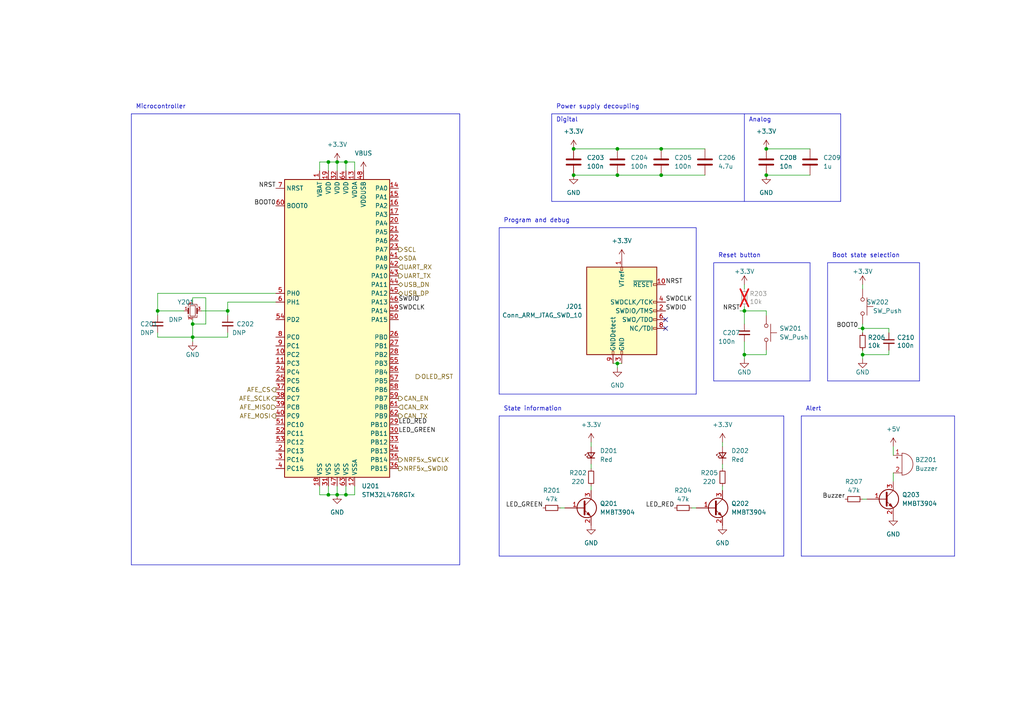
<source format=kicad_sch>
(kicad_sch (version 20230121) (generator eeschema)
  (paper "A4")
  (lib_symbols
    (symbol "Connector:Conn_ARM_JTAG_SWD_10" (pin_names (offset 1.016))
      (property "Reference" "J" (at -2.54 16.51 0))
      (property "Value" "Conn_ARM_JTAG_SWD_10" (at -2.54 13.97 0))
      (symbol "Conn_ARM_JTAG_SWD_10_0_1"
        (rectangle (start -10.16 12.7) (end 10.16 -12.7) (stroke (width 0.254)) (fill (type background)))
        (rectangle (start -2.794 -12.7) (end -2.286 -11.684))
        (rectangle (start -0.254 -12.7) (end 0.254 -11.684))
        (rectangle (start -0.254 12.7) (end 0.254 11.684))
        (rectangle (start 9.144 2.286) (end 10.16 2.794))
        (rectangle (start 10.16 -2.794) (end 9.144 -2.286))
        (rectangle (start 10.16 -0.254) (end 9.144 0.254))
        (rectangle (start 10.16 7.874) (end 9.144 7.366))
      )
      (symbol "Conn_ARM_JTAG_SWD_10_1_1"
        (rectangle (start 9.144 -5.334) (end 10.16 -4.826))
        (pin power_in line (at 0 15.24 270) (length 2.54) (name "VTref") (number "1"))
        (pin open_collector line (at 12.7 7.62 180) (length 2.54) (name "~{RESET}") (number "10"))
        (pin bidirectional line (at 12.7 0 180) (length 2.54) (name "SWDIO/TMS") (number "2"))
        (pin power_in line (at 0 -15.24 90) (length 2.54) (name "GND") (number "3"))
        (pin output line (at 12.7 2.54 180) (length 2.54) (name "SWDCLK/TCK") (number "4"))
        (pin passive line (at 0 -15.24 90) (length 2.54) hide (name "GND") (number "5"))
        (pin input line (at 12.7 -2.54 180) (length 2.54) (name "SWO/TDO") (number "6"))
        (pin no_connect line (at -10.16 0 0) (length 2.54) hide (name "KEY") (number "7"))
        (pin output line (at 12.7 -5.08 180) (length 2.54) (name "NC/TDI") (number "8"))
        (pin passive line (at -2.54 -15.24 90) (length 2.54) (name "GNDDetect") (number "9"))
      )
    )
    (symbol "Device:Buzzer" (pin_names (offset 0.0254) hide)
      (property "Reference" "BZ" (at 3.81 1.27 0))
      (property "Value" "Buzzer" (at 3.81 -1.27 0))
      (symbol "Buzzer_0_1"
        (arc (start 0 -3.175) (mid 3.1612 0) (end 0 3.175))
        (polyline (pts (xy -1.651 1.905) (xy -1.143 1.905)))
        (polyline (pts (xy -1.397 2.159) (xy -1.397 1.651)))
        (polyline (pts (xy 0 3.175) (xy 0 -3.175)))
      )
      (symbol "Buzzer_1_1"
        (pin passive line (at -2.54 2.54 0) (length 2.54) (name "-") (number "1"))
        (pin passive line (at -2.54 -2.54 0) (length 2.54) (name "+") (number "2"))
      )
    )
    (symbol "Device:C" (pin_numbers hide) (pin_names (offset 0.254))
      (property "Reference" "C" (at 0.635 2.54 0))
      (property "Value" "C" (at 0.635 -2.54 0))
      (symbol "C_0_1"
        (polyline (pts (xy -2.032 -0.762) (xy 2.032 -0.762)) (stroke (width 0.508)))
        (polyline (pts (xy -2.032 0.762) (xy 2.032 0.762)) (stroke (width 0.508)))
      )
      (symbol "C_1_1"
        (pin passive line (at 0 3.81 270) (length 2.794) (name "~") (number "1"))
        (pin passive line (at 0 -3.81 90) (length 2.794) (name "~") (number "2"))
      )
    )
    (symbol "Device:C_Small" (pin_numbers hide) (pin_names (offset 0.254) hide)
      (property "Reference" "C" (at 0.254 1.778 0))
      (property "Value" "C_Small" (at 0.254 -2.032 0))
      (symbol "C_Small_0_1"
        (polyline (pts (xy -1.524 -0.508) (xy 1.524 -0.508)) (stroke (width 0.3302)))
        (polyline (pts (xy -1.524 0.508) (xy 1.524 0.508)) (stroke (width 0.3048)))
      )
      (symbol "C_Small_1_1"
        (pin passive line (at 0 2.54 270) (length 2.032) (name "~") (number "1"))
        (pin passive line (at 0 -2.54 90) (length 2.032) (name "~") (number "2"))
      )
    )
    (symbol "Device:Crystal_GND24_Small" (pin_names (offset 1.016) hide)
      (property "Reference" "Y" (at 1.27 4.445 0))
      (property "Value" "Crystal_GND24_Small" (at 1.27 2.54 0))
      (symbol "Crystal_GND24_Small_0_1"
        (rectangle (start -0.762 -1.524) (end 0.762 1.524))
        (polyline (pts (xy -1.27 -0.762) (xy -1.27 0.762)) (stroke (width 0.381)))
        (polyline (pts (xy 1.27 -0.762) (xy 1.27 0.762)) (stroke (width 0.381)))
        (polyline (pts (xy -1.27 -1.27) (xy -1.27 -1.905) (xy 1.27 -1.905) (xy 1.27 -1.27)))
        (polyline (pts (xy -1.27 1.27) (xy -1.27 1.905) (xy 1.27 1.905) (xy 1.27 1.27)))
      )
      (symbol "Crystal_GND24_Small_1_1"
        (pin passive line (at -2.54 0 0) (length 1.27) (name "1") (number "1"))
        (pin passive line (at 0 -2.54 90) (length 0.635) (name "2") (number "2"))
        (pin passive line (at 2.54 0 180) (length 1.27) (name "3") (number "3"))
        (pin passive line (at 0 2.54 270) (length 0.635) (name "4") (number "4"))
      )
    )
    (symbol "Device:LED_Small" (pin_numbers hide) (pin_names (offset 0.254) hide)
      (property "Reference" "D" (at -1.27 3.175 0))
      (property "Value" "LED_Small" (at -4.445 -2.54 0))
      (symbol "LED_Small_0_1"
        (polyline (pts (xy -0.762 -1.016) (xy -0.762 1.016)) (stroke (width 0.254)))
        (polyline (pts (xy 1.016 0) (xy -0.762 0)))
        (polyline (pts (xy 0.762 -1.016) (xy -0.762 0) (xy 0.762 1.016) (xy 0.762 -1.016)) (stroke (width 0.254)))
        (polyline (pts (xy 0 0.762) (xy -0.508 1.27) (xy -0.254 1.27) (xy -0.508 1.27) (xy -0.508 1.016)))
        (polyline (pts (xy 0.508 1.27) (xy 0 1.778) (xy 0.254 1.778) (xy 0 1.778) (xy 0 1.524)))
      )
      (symbol "LED_Small_1_1"
        (pin passive line (at -2.54 0 0) (length 1.778) (name "K") (number "1"))
        (pin passive line (at 2.54 0 180) (length 1.778) (name "A") (number "2"))
      )
    )
    (symbol "Device:R_Small" (pin_numbers hide) (pin_names (offset 0.254) hide)
      (property "Reference" "R" (at 0.762 0.508 0))
      (property "Value" "R_Small" (at 0.762 -1.016 0))
      (symbol "R_Small_0_1"
        (rectangle (start -0.762 1.778) (end 0.762 -1.778) (stroke (width 0.2032)))
      )
      (symbol "R_Small_1_1"
        (pin passive line (at 0 2.54 270) (length 0.762) (name "~") (number "1"))
        (pin passive line (at 0 -2.54 90) (length 0.762) (name "~") (number "2"))
      )
    )
    (symbol "MCU_ST_STM32L4:STM32L476RGTx"
      (property "Reference" "U" (at -15.24 44.45 0))
      (property "Value" "STM32L476RGTx" (at 10.16 44.45 0))
      (symbol "STM32L476RGTx_0_1"
        (rectangle (start -15.24 -43.18) (end 15.24 43.18) (stroke (width 0.254)) (fill (type background)))
      )
      (symbol "STM32L476RGTx_1_1"
        (pin power_in line (at -5.08 45.72 270) (length 2.54) (name "VBAT") (number "1"))
        (pin bidirectional line (at -17.78 -7.62 0) (length 2.54) (name "PC2") (number "10"))
        (pin bidirectional line (at -17.78 -10.16 0) (length 2.54) (name "PC3") (number "11"))
        (pin power_in line (at 5.08 -45.72 90) (length 2.54) (name "VSSA") (number "12"))
        (pin power_in line (at 5.08 45.72 270) (length 2.54) (name "VDDA") (number "13"))
        (pin bidirectional line (at 17.78 40.64 180) (length 2.54) (name "PA0") (number "14"))
        (pin bidirectional line (at 17.78 38.1 180) (length 2.54) (name "PA1") (number "15"))
        (pin bidirectional line (at 17.78 35.56 180) (length 2.54) (name "PA2") (number "16"))
        (pin bidirectional line (at 17.78 33.02 180) (length 2.54) (name "PA3") (number "17"))
        (pin power_in line (at -5.08 -45.72 90) (length 2.54) (name "VSS") (number "18"))
        (pin power_in line (at -2.54 45.72 270) (length 2.54) (name "VDD") (number "19"))
        (pin bidirectional line (at -17.78 -35.56 0) (length 2.54) (name "PC13") (number "2"))
        (pin bidirectional line (at 17.78 30.48 180) (length 2.54) (name "PA4") (number "20"))
        (pin bidirectional line (at 17.78 27.94 180) (length 2.54) (name "PA5") (number "21"))
        (pin bidirectional line (at 17.78 25.4 180) (length 2.54) (name "PA6") (number "22"))
        (pin bidirectional line (at 17.78 22.86 180) (length 2.54) (name "PA7") (number "23"))
        (pin bidirectional line (at -17.78 -12.7 0) (length 2.54) (name "PC4") (number "24"))
        (pin bidirectional line (at -17.78 -15.24 0) (length 2.54) (name "PC5") (number "25"))
        (pin bidirectional line (at 17.78 -2.54 180) (length 2.54) (name "PB0") (number "26"))
        (pin bidirectional line (at 17.78 -5.08 180) (length 2.54) (name "PB1") (number "27"))
        (pin bidirectional line (at 17.78 -7.62 180) (length 2.54) (name "PB2") (number "28"))
        (pin bidirectional line (at 17.78 -27.94 180) (length 2.54) (name "PB10") (number "29"))
        (pin bidirectional line (at -17.78 -38.1 0) (length 2.54) (name "PC14") (number "3"))
        (pin bidirectional line (at 17.78 -30.48 180) (length 2.54) (name "PB11") (number "30"))
        (pin power_in line (at -2.54 -45.72 90) (length 2.54) (name "VSS") (number "31"))
        (pin power_in line (at 0 45.72 270) (length 2.54) (name "VDD") (number "32"))
        (pin bidirectional line (at 17.78 -33.02 180) (length 2.54) (name "PB12") (number "33"))
        (pin bidirectional line (at 17.78 -35.56 180) (length 2.54) (name "PB13") (number "34"))
        (pin bidirectional line (at 17.78 -38.1 180) (length 2.54) (name "PB14") (number "35"))
        (pin bidirectional line (at 17.78 -40.64 180) (length 2.54) (name "PB15") (number "36"))
        (pin bidirectional line (at -17.78 -17.78 0) (length 2.54) (name "PC6") (number "37"))
        (pin bidirectional line (at -17.78 -20.32 0) (length 2.54) (name "PC7") (number "38"))
        (pin bidirectional line (at -17.78 -22.86 0) (length 2.54) (name "PC8") (number "39"))
        (pin bidirectional line (at -17.78 -40.64 0) (length 2.54) (name "PC15") (number "4"))
        (pin bidirectional line (at -17.78 -25.4 0) (length 2.54) (name "PC9") (number "40"))
        (pin bidirectional line (at 17.78 20.32 180) (length 2.54) (name "PA8") (number "41"))
        (pin bidirectional line (at 17.78 17.78 180) (length 2.54) (name "PA9") (number "42"))
        (pin bidirectional line (at 17.78 15.24 180) (length 2.54) (name "PA10") (number "43"))
        (pin bidirectional line (at 17.78 12.7 180) (length 2.54) (name "PA11") (number "44"))
        (pin bidirectional line (at 17.78 10.16 180) (length 2.54) (name "PA12") (number "45"))
        (pin bidirectional line (at 17.78 7.62 180) (length 2.54) (name "PA13") (number "46"))
        (pin power_in line (at 0 -45.72 90) (length 2.54) (name "VSS") (number "47"))
        (pin power_in line (at 7.62 45.72 270) (length 2.54) (name "VDDUSB") (number "48"))
        (pin bidirectional line (at 17.78 5.08 180) (length 2.54) (name "PA14") (number "49"))
        (pin input line (at -17.78 10.16 0) (length 2.54) (name "PH0") (number "5"))
        (pin bidirectional line (at 17.78 2.54 180) (length 2.54) (name "PA15") (number "50"))
        (pin bidirectional line (at -17.78 -27.94 0) (length 2.54) (name "PC10") (number "51"))
        (pin bidirectional line (at -17.78 -30.48 0) (length 2.54) (name "PC11") (number "52"))
        (pin bidirectional line (at -17.78 -33.02 0) (length 2.54) (name "PC12") (number "53"))
        (pin bidirectional line (at -17.78 2.54 0) (length 2.54) (name "PD2") (number "54"))
        (pin bidirectional line (at 17.78 -10.16 180) (length 2.54) (name "PB3") (number "55"))
        (pin bidirectional line (at 17.78 -12.7 180) (length 2.54) (name "PB4") (number "56"))
        (pin bidirectional line (at 17.78 -15.24 180) (length 2.54) (name "PB5") (number "57"))
        (pin bidirectional line (at 17.78 -17.78 180) (length 2.54) (name "PB6") (number "58"))
        (pin bidirectional line (at 17.78 -20.32 180) (length 2.54) (name "PB7") (number "59"))
        (pin input line (at -17.78 7.62 0) (length 2.54) (name "PH1") (number "6"))
        (pin input line (at -17.78 35.56 0) (length 2.54) (name "BOOT0") (number "60"))
        (pin bidirectional line (at 17.78 -22.86 180) (length 2.54) (name "PB8") (number "61"))
        (pin bidirectional line (at 17.78 -25.4 180) (length 2.54) (name "PB9") (number "62"))
        (pin power_in line (at 2.54 -45.72 90) (length 2.54) (name "VSS") (number "63"))
        (pin power_in line (at 2.54 45.72 270) (length 2.54) (name "VDD") (number "64"))
        (pin input line (at -17.78 40.64 0) (length 2.54) (name "NRST") (number "7"))
        (pin bidirectional line (at -17.78 -2.54 0) (length 2.54) (name "PC0") (number "8"))
        (pin bidirectional line (at -17.78 -5.08 0) (length 2.54) (name "PC1") (number "9"))
      )
    )
    (symbol "Switch:SW_Push" (pin_numbers hide) (pin_names (offset 1.016) hide)
      (property "Reference" "SW" (at 1.27 2.54 0))
      (property "Value" "SW_Push" (at 0 -1.524 0))
      (symbol "SW_Push_0_1"
        (circle (center -2.032 0) (radius 0.508))
        (polyline (pts (xy 0 1.27) (xy 0 3.048)))
        (polyline (pts (xy 2.54 1.27) (xy -2.54 1.27)))
        (circle (center 2.032 0) (radius 0.508))
        (pin passive line (at -5.08 0 0) (length 2.54) (name "1") (number "1"))
        (pin passive line (at 5.08 0 180) (length 2.54) (name "2") (number "2"))
      )
    )
    (symbol "Transistor_BJT:MMBT3904" (pin_names (offset 0) hide)
      (property "Reference" "Q" (at 5.08 1.905 0))
      (property "Value" "MMBT3904" (at 5.08 0 0))
      (symbol "MMBT3904_0_1"
        (polyline (pts (xy 0.635 0.635) (xy 2.54 2.54)))
        (polyline (pts (xy 0.635 -0.635) (xy 2.54 -2.54) (xy 2.54 -2.54)))
        (polyline (pts (xy 0.635 1.905) (xy 0.635 -1.905) (xy 0.635 -1.905)) (stroke (width 0.508)))
        (polyline (pts (xy 1.27 -1.778) (xy 1.778 -1.27) (xy 2.286 -2.286) (xy 1.27 -1.778) (xy 1.27 -1.778)) (fill (type outline)))
        (circle (center 1.27 0) (radius 2.8194) (stroke (width 0.254)))
      )
      (symbol "MMBT3904_1_1"
        (pin input line (at -5.08 0 0) (length 5.715) (name "B") (number "1"))
        (pin passive line (at 2.54 -5.08 90) (length 2.54) (name "E") (number "2"))
        (pin passive line (at 2.54 5.08 270) (length 2.54) (name "C") (number "3"))
      )
    )
    (symbol "power:+3.3V" (power) (pin_names (offset 0))
      (property "Value" "+3.3V" (at 0 3.556 0))
      (symbol "+3.3V_0_1"
        (polyline (pts (xy -0.762 1.27) (xy 0 2.54)))
        (polyline (pts (xy 0 0) (xy 0 2.54)))
        (polyline (pts (xy 0 2.54) (xy 0.762 1.27)))
      )
      (symbol "+3.3V_1_1"
        (pin power_in line (at 0 0 90) (length 0) hide (name "+3.3V") (number "1"))
      )
    )
    (symbol "power:+5V" (power) (pin_names (offset 0))
      (property "Value" "+5V" (at 0 3.556 0))
      (symbol "+5V_0_1"
        (polyline (pts (xy -0.762 1.27) (xy 0 2.54)))
        (polyline (pts (xy 0 0) (xy 0 2.54)))
        (polyline (pts (xy 0 2.54) (xy 0.762 1.27)))
      )
      (symbol "+5V_1_1"
        (pin power_in line (at 0 0 90) (length 0) hide (name "+5V") (number "1"))
      )
    )
    (symbol "power:GND" (power) (pin_names (offset 0))
      (property "Value" "GND" (at 0 -3.81 0))
      (symbol "GND_0_1"
        (polyline (pts (xy 0 0) (xy 0 -1.27) (xy 1.27 -1.27) (xy 0 -2.54) (xy -1.27 -1.27) (xy 0 -1.27)))
      )
      (symbol "GND_1_1"
        (pin power_in line (at 0 0 270) (length 0) hide (name "GND") (number "1"))
      )
    )
    (symbol "power:VBUS" (power) (pin_names (offset 0))
      (property "Value" "VBUS" (at 0 3.81 0))
      (symbol "VBUS_0_1"
        (polyline (pts (xy -0.762 1.27) (xy 0 2.54)))
        (polyline (pts (xy 0 0) (xy 0 2.54)))
        (polyline (pts (xy 0 2.54) (xy 0.762 1.27)))
      )
      (symbol "VBUS_1_1"
        (pin power_in line (at 0 0 90) (length 0) hide (name "VBUS") (number "1"))
      )
    )
  )
  (junction (at 55.88 93.98))
  (junction (at 55.88 97.79))
  (junction (at 95.25 46.99))
  (junction (at 222.25 43.18))
  (junction (at 100.33 143.51))
  (junction (at 95.25 143.51))
  (junction (at 250.19 102.87))
  (junction (at 97.79 46.99))
  (junction (at 215.9 102.87))
  (junction (at 179.07 105.41))
  (junction (at 166.37 43.18))
  (junction (at 66.04 90.17))
  (junction (at 179.07 43.18))
  (junction (at 166.37 50.8))
  (junction (at 100.33 46.99))
  (junction (at 179.07 50.8))
  (junction (at 215.9 90.17))
  (junction (at 250.19 95.25))
  (junction (at 45.72 90.17))
  (junction (at 191.77 50.8))
  (junction (at 97.79 143.51))
  (junction (at 191.77 43.18))
  (junction (at 222.25 50.8))
  (no_connect (at 193.04 92.71))
  (no_connect (at 193.04 95.25))
  (wire (pts (xy 191.77 43.18) (xy 204.47 43.18)))
  (wire (pts (xy 100.33 46.99) (xy 97.79 46.99)))
  (polyline (pts (xy 149.86 66.04) (xy 144.78 66.04)))
  (polyline (pts (xy 38.1 33.02) (xy 38.1 163.83)))
  (wire (pts (xy 171.45 128.27) (xy 171.45 129.54)))
  (polyline (pts (xy 144.78 120.65) (xy 227.33 120.65)))
  (wire (pts (xy 179.07 105.41) (xy 180.34 105.41)))
  (polyline (pts (xy 215.9 33.02) (xy 215.9 58.42)))
  (wire (pts (xy 250.19 101.6) (xy 250.19 102.87)))
  (wire (pts (xy 222.25 102.87) (xy 222.25 101.6)))
  (wire (pts (xy 250.19 95.25) (xy 257.81 95.25)))
  (wire (pts (xy 250.19 102.87) (xy 257.81 102.87)))
  (wire (pts (xy 191.77 50.8) (xy 204.47 50.8)))
  (wire (pts (xy 215.9 99.06) (xy 215.9 102.87)))
  (polyline (pts (xy 160.02 58.42) (xy 160.02 33.02)))
  (wire (pts (xy 179.07 50.8) (xy 191.77 50.8)))
  (wire (pts (xy 45.72 91.44) (xy 45.72 90.17)))
  (wire (pts (xy 100.33 46.99) (xy 102.87 46.99)))
  (wire (pts (xy 55.88 97.79) (xy 55.88 99.06)))
  (wire (pts (xy 55.88 86.36) (xy 59.69 86.36)))
  (polyline (pts (xy 243.84 58.42) (xy 160.02 58.42)))
  (wire (pts (xy 166.37 50.8) (xy 179.07 50.8)))
  (wire (pts (xy 55.88 97.79) (xy 66.04 97.79)))
  (polyline (pts (xy 243.84 33.02) (xy 243.84 58.42)))
  (wire (pts (xy 102.87 140.97) (xy 102.87 143.51)))
  (wire (pts (xy 95.25 140.97) (xy 95.25 143.51)))
  (wire (pts (xy 250.19 102.87) (xy 250.19 104.14)))
  (wire (pts (xy 250.19 95.25) (xy 250.19 96.52)))
  (wire (pts (xy 222.25 90.17) (xy 215.9 90.17)))
  (polyline (pts (xy 266.7 76.2) (xy 266.7 110.49)))
  (wire (pts (xy 222.25 43.18) (xy 234.95 43.18)))
  (wire (pts (xy 59.69 86.36) (xy 59.69 93.98)))
  (wire (pts (xy 97.79 46.99) (xy 97.79 49.53)))
  (wire (pts (xy 66.04 87.63) (xy 66.04 90.17)))
  (wire (pts (xy 102.87 143.51) (xy 100.33 143.51)))
  (polyline (pts (xy 160.02 33.02) (xy 243.84 33.02)))
  (wire (pts (xy 222.25 91.44) (xy 222.25 90.17)))
  (polyline (pts (xy 276.86 161.29) (xy 276.86 120.65)))
  (wire (pts (xy 257.81 96.52) (xy 257.81 95.25)))
  (wire (pts (xy 55.88 93.98) (xy 55.88 97.79)))
  (wire (pts (xy 259.08 137.16) (xy 259.08 139.7)))
  (polyline (pts (xy 207.01 76.2) (xy 234.95 76.2)))
  (wire (pts (xy 248.92 95.25) (xy 250.19 95.25)))
  (polyline (pts (xy 133.35 33.02) (xy 133.35 163.83)))
  (polyline (pts (xy 201.93 66.04) (xy 149.86 66.04)))
  (wire (pts (xy 95.25 46.99) (xy 95.25 49.53)))
  (wire (pts (xy 95.25 143.51) (xy 92.71 143.51)))
  (wire (pts (xy 215.9 90.17) (xy 215.9 88.9)))
  (wire (pts (xy 209.55 134.62) (xy 209.55 135.89)))
  (wire (pts (xy 179.07 43.18) (xy 191.77 43.18)))
  (wire (pts (xy 100.33 143.51) (xy 97.79 143.51)))
  (wire (pts (xy 45.72 85.09) (xy 80.01 85.09)))
  (wire (pts (xy 97.79 143.51) (xy 95.25 143.51)))
  (wire (pts (xy 171.45 140.97) (xy 171.45 142.24)))
  (wire (pts (xy 214.63 90.17) (xy 215.9 90.17)))
  (polyline (pts (xy 201.93 66.04) (xy 201.93 114.3)))
  (polyline (pts (xy 232.41 120.65) (xy 276.86 120.65)))
  (wire (pts (xy 250.19 82.55) (xy 250.19 83.82)))
  (polyline (pts (xy 232.41 120.65) (xy 232.41 161.29)))
  (wire (pts (xy 100.33 140.97) (xy 100.33 143.51)))
  (polyline (pts (xy 227.33 161.29) (xy 144.78 161.29)))
  (polyline (pts (xy 38.1 33.02) (xy 133.35 33.02)))
  (polyline (pts (xy 266.7 110.49) (xy 240.03 110.49)))
  (wire (pts (xy 215.9 102.87) (xy 215.9 104.14)))
  (wire (pts (xy 45.72 85.09) (xy 45.72 90.17)))
  (wire (pts (xy 97.79 46.99) (xy 95.25 46.99)))
  (wire (pts (xy 250.19 144.78) (xy 251.46 144.78)))
  (polyline (pts (xy 144.78 66.04) (xy 144.78 114.3)))
  (wire (pts (xy 166.37 43.18) (xy 179.07 43.18)))
  (polyline (pts (xy 207.01 110.49) (xy 234.95 110.49)))
  (wire (pts (xy 66.04 90.17) (xy 66.04 91.44)))
  (wire (pts (xy 222.25 50.8) (xy 234.95 50.8)))
  (wire (pts (xy 200.66 147.32) (xy 201.93 147.32)))
  (wire (pts (xy 55.88 93.98) (xy 59.69 93.98)))
  (wire (pts (xy 259.08 129.54) (xy 259.08 132.08)))
  (wire (pts (xy 102.87 46.99) (xy 102.87 49.53)))
  (wire (pts (xy 58.42 90.17) (xy 66.04 90.17)))
  (polyline (pts (xy 234.95 110.49) (xy 234.95 76.2)))
  (wire (pts (xy 92.71 46.99) (xy 92.71 49.53)))
  (wire (pts (xy 45.72 90.17) (xy 53.34 90.17)))
  (polyline (pts (xy 240.03 76.2) (xy 266.7 76.2)))
  (wire (pts (xy 97.79 140.97) (xy 97.79 143.51)))
  (wire (pts (xy 209.55 128.27) (xy 209.55 129.54)))
  (wire (pts (xy 215.9 82.55) (xy 215.9 83.82)))
  (wire (pts (xy 66.04 96.52) (xy 66.04 97.79)))
  (wire (pts (xy 100.33 49.53) (xy 100.33 46.99)))
  (wire (pts (xy 45.72 96.52) (xy 45.72 97.79)))
  (wire (pts (xy 215.9 90.17) (xy 215.9 93.98)))
  (polyline (pts (xy 232.41 161.29) (xy 276.86 161.29)))
  (wire (pts (xy 55.88 92.71) (xy 55.88 93.98)))
  (wire (pts (xy 179.07 106.68) (xy 179.07 105.41)))
  (polyline (pts (xy 227.33 120.65) (xy 227.33 161.29)))
  (wire (pts (xy 162.56 147.32) (xy 163.83 147.32)))
  (wire (pts (xy 171.45 134.62) (xy 171.45 135.89)))
  (wire (pts (xy 250.19 93.98) (xy 250.19 95.25)))
  (polyline (pts (xy 133.35 163.83) (xy 38.1 163.83)))
  (wire (pts (xy 55.88 87.63) (xy 55.88 86.36)))
  (polyline (pts (xy 207.01 76.2) (xy 207.01 110.49)))
  (wire (pts (xy 92.71 143.51) (xy 92.71 140.97)))
  (polyline (pts (xy 144.78 161.29) (xy 144.78 120.65)))
  (wire (pts (xy 209.55 140.97) (xy 209.55 142.24)))
  (wire (pts (xy 257.81 102.87) (xy 257.81 101.6)))
  (wire (pts (xy 80.01 87.63) (xy 66.04 87.63)))
  (wire (pts (xy 95.25 46.99) (xy 92.71 46.99)))
  (wire (pts (xy 179.07 105.41) (xy 177.8 105.41)))
  (polyline (pts (xy 144.78 114.3) (xy 201.93 114.3)))
  (wire (pts (xy 215.9 102.87) (xy 222.25 102.87)))
  (wire (pts (xy 45.72 97.79) (xy 55.88 97.79)))
  (polyline (pts (xy 240.03 76.2) (xy 240.03 110.49)))
  (text "Reset button" (at 208.28 74.93 0) (effects (font (size 1.27 1.27)) (justify left bottom)))
  (text "Analog" (at 217.17 35.56 0) (effects (font (size 1.27 1.27)) (justify left bottom)))
  (text "Boot state selection" (at 241.3 74.93 0) (effects (font (size 1.27 1.27)) (justify left bottom)))
  (text "Digital" (at 161.29 35.56 0) (effects (font (size 1.27 1.27)) (justify left bottom)))
  (text "Alert" (at 233.68 119.38 0) (effects (font (size 1.27 1.27)) (justify left bottom)))
  (text "Program and debug" (at 146.05 64.77 0) (effects (font (size 1.27 1.27)) (justify left bottom)))
  (text "Microcontroller" (at 39.37 31.75 0) (effects (font (size 1.27 1.27)) (justify left bottom)))
  (text "Power supply decoupling" (at 161.29 31.75 0) (effects (font (size 1.27 1.27)) (justify left bottom)))
  (text "State information" (at 146.05 119.38 0) (effects (font (size 1.27 1.27)) (justify left bottom)))
  (label "LED_RED" (at 115.57 123.19 0))
  (label "NRST" (at 214.63 90.17 180))
  (label "Buzzer" (at 245.11 144.78 180))
  (label "NRST" (at 80.01 54.61 180))
  (label "NRST" (at 193.04 82.55 0))
  (label "LED_GREEN" (at 157.48 147.32 180))
  (label "LED_RED" (at 195.58 147.32 180))
  (label "SWDIO" (at 193.04 90.17 0))
  (label "LED_GREEN" (at 115.57 125.73 0))
  (label "SWDIO" (at 115.57 87.63 0))
  (label "BOOT0" (at 80.01 59.69 180))
  (label "BOOT0" (at 248.92 95.25 180))
  (label "SWDCLK" (at 193.04 87.63 0))
  (label "SWDCLK" (at 115.57 90.17 0))
  (hierarchical_label "CAN_TX" (shape output) (at 115.57 120.65 0))
  (hierarchical_label "AFE_MOSI" (shape output) (at 80.01 120.65 180))
  (hierarchical_label "UART_TX" (shape output) (at 115.57 80.01 0))
  (hierarchical_label "NRF5x_SWCLK" (shape output) (at 115.57 133.35 0))
  (hierarchical_label "SDA" (shape bidirectional) (at 115.57 74.93 0))
  (hierarchical_label "NRF5x_SWDIO" (shape output) (at 115.57 135.89 0))
  (hierarchical_label "OLED_RST" (shape output) (at 120.65 109.22 0))
  (hierarchical_label "USB_DN" (shape bidirectional) (at 115.57 82.55 0))
  (hierarchical_label "USB_DP" (shape bidirectional) (at 115.57 85.09 0))
  (hierarchical_label "AFE_CS" (shape output) (at 80.01 113.03 180))
  (hierarchical_label "AFE_MISO" (shape input) (at 80.01 118.11 180))
  (hierarchical_label "AFE_SCLK" (shape output) (at 80.01 115.57 180))
  (hierarchical_label "CAN_RX" (shape input) (at 115.57 118.11 0))
  (hierarchical_label "CAN_EN" (shape output) (at 115.57 115.57 0))
  (hierarchical_label "UART_RX" (shape input) (at 115.57 77.47 0))
  (hierarchical_label "SCL" (shape output) (at 115.57 72.39 0))
  (symbol (lib_id "power:GND") (at 55.88 99.06 0) (unit 1)
    (property "Reference" "#PWR0201" (effects hide))
    (property "Value" "GND" (at 55.88 102.87 0))
  )
  (symbol (lib_id "Device:Crystal_GND24_Small") (at 55.88 90.17 0) (unit 1)
    (property "Reference" "Y201" (at 51.435 87.63 0) (effects (justify left)))
    (property "Value" "DNP" (at 48.895 92.71 0) (effects (justify left)))
    (property "Footprint" "Crystal:Crystal_SMD_3225-4Pin_3.2x2.5mm" (effects hide))
  )
  (symbol (lib_id "power:+3.3V") (at 250.19 82.55 0) (unit 1)
    (property "Reference" "#PWR0217" (effects hide))
    (property "Value" "+3.3V" (at 250.19 78.74 0))
  )
  (symbol (lib_id "Device:R_Small") (at 247.65 144.78 90) (unit 1)
    (property "Reference" "R207" (at 247.65 139.7 90))
    (property "Value" "47k" (at 247.65 142.24 90))
  )
  (symbol (lib_id "Transistor_BJT:MMBT3904") (at 256.54 144.78 0) (unit 1)
    (property "Reference" "Q203" (at 261.62 143.5099 0) (effects (justify left)))
    (property "Value" "MMBT3904" (at 261.62 146.0499 0) (effects (justify left)))
    (property "Footprint" "Package_TO_SOT_SMD:SOT-23" (effects hide))
    (property "Datasheet" "https://www.onsemi.com/pub/Collateral/2N3903-D.PDF" (effects hide))
  )
  (symbol (lib_id "Device:R_Small") (at 215.9 86.36 0) (unit 1) (dnp yes)
    (property "Reference" "R203" (at 217.3986 85.1916 0) (effects (justify left)))
    (property "Value" "10k" (at 217.3986 87.503 0) (effects (justify left)))
    (property "Footprint" "Resistor_SMD:R_0603_1608Metric" (effects hide))
  )
  (symbol (lib_id "power:+3.3V") (at 180.34 74.93 0) (unit 1)
    (property "Reference" "#PWR0208" (effects hide))
    (property "Value" "+3.3V" (at 180.34 69.85 0))
  )
  (symbol (lib_id "Device:C") (at 234.95 46.99 0) (unit 1)
    (property "Reference" "C209" (at 238.76 45.7199 0) (effects (justify left)))
    (property "Value" "1u" (at 238.76 48.2599 0) (effects (justify left)))
    (property "Footprint" "Capacitor_SMD:C_0603_1608Metric" (effects hide))
  )
  (symbol (lib_id "Device:R_Small") (at 250.19 99.06 0) (unit 1)
    (property "Reference" "R206" (at 251.6886 97.8916 0) (effects (justify left)))
    (property "Value" "10k" (at 251.6886 100.203 0) (effects (justify left)))
    (property "Footprint" "Resistor_SMD:R_0603_1608Metric" (effects hide))
  )
  (symbol (lib_id "Device:C_Small") (at 45.72 93.98 0) (unit 1)
    (property "Reference" "C201" (at 40.64 93.98 0) (effects (justify left)))
    (property "Value" "DNP" (at 40.64 96.52 0) (effects (justify left)))
    (property "Footprint" "Capacitor_SMD:C_0603_1608Metric" (effects hide))
  )
  (symbol (lib_id "Device:Buzzer") (at 261.62 134.62 0) (unit 1)
    (property "Reference" "BZ201" (at 265.43 133.35 0) (effects (justify left)))
    (property "Value" "Buzzer" (at 265.43 135.89 0) (effects (justify left)))
  )
  (symbol (lib_id "Device:LED_Small") (at 209.55 132.08 90) (unit 1)
    (property "Reference" "D202" (at 212.09 130.7464 90) (effects (justify right)))
    (property "Value" "Red" (at 212.09 133.2864 90) (effects (justify right)))
    (property "Footprint" "LED_SMD:LED_0805_2012Metric" (effects hide))
  )
  (symbol (lib_id "power:GND") (at 215.9 104.14 0) (unit 1)
    (property "Reference" "#PWR0212" (effects hide))
    (property "Value" "GND" (at 215.9 107.95 0))
  )
  (symbol (lib_id "Transistor_BJT:MMBT3904") (at 168.91 147.32 0) (unit 1)
    (property "Reference" "Q201" (at 173.99 146.0499 0) (effects (justify left)))
    (property "Value" "MMBT3904" (at 173.99 148.5899 0) (effects (justify left)))
    (property "Footprint" "Package_TO_SOT_SMD:SOT-23" (effects hide))
    (property "Datasheet" "https://www.onsemi.com/pub/Collateral/2N3903-D.PDF" (effects hide))
  )
  (symbol (lib_id "Switch:SW_Push") (at 250.19 88.9 270) (mirror x) (unit 1)
    (property "Reference" "SW202" (at 257.81 87.63 90) (effects (justify right)))
    (property "Value" "SW_Push" (at 261.62 90.17 90) (effects (justify right)))
    (property "Footprint" "Button_Switch_SMD:SW_SPST_CK_RS282G05A3" (effects hide))
    (property "Datasheet" "https://omronfs.omron.com/en_US/ecb/products/pdf/en-b3s.pdf" (effects hide))
    (property "LCSC" "C318938" (effects hide))
  )
  (symbol (lib_id "power:GND") (at 97.79 143.51 0) (unit 1)
    (property "Reference" "#PWR0203" (effects hide))
    (property "Value" "GND" (at 97.79 148.59 0))
  )
  (symbol (lib_id "Device:C_Small") (at 215.9 96.52 0) (unit 1)
    (property "Reference" "C207" (at 209.55 96.52 0) (effects (justify left)))
    (property "Value" "100n" (at 208.28 99.06 0) (effects (justify left)))
    (property "Footprint" "Capacitor_SMD:C_0603_1608Metric" (effects hide))
  )
  (symbol (lib_id "power:+3.3V") (at 222.25 43.18 0) (unit 1)
    (property "Reference" "#PWR0213" (effects hide))
    (property "Value" "+3.3V" (at 222.25 38.1 0))
  )
  (symbol (lib_id "power:+5V") (at 259.08 129.54 0) (unit 1)
    (property "Reference" "#PWR0220" (effects hide))
    (property "Value" "+5V" (at 259.08 124.46 0))
  )
  (symbol (lib_id "power:VBUS") (at 105.41 49.53 0) (unit 1)
    (property "Reference" "#PWR0204" (effects hide))
    (property "Value" "VBUS" (at 105.41 44.45 0))
  )
  (symbol (lib_id "Device:C") (at 179.07 46.99 0) (unit 1)
    (property "Reference" "C204" (at 182.88 45.7199 0) (effects (justify left)))
    (property "Value" "100n" (at 182.88 48.2599 0) (effects (justify left)))
    (property "Footprint" "Capacitor_SMD:C_0603_1608Metric" (effects hide))
  )
  (symbol (lib_id "Device:LED_Small") (at 171.45 132.08 90) (unit 1)
    (property "Reference" "D201" (at 173.99 130.7464 90) (effects (justify right)))
    (property "Value" "Red" (at 173.99 133.2864 90) (effects (justify right)))
    (property "Footprint" "LED_SMD:LED_0805_2012Metric" (effects hide))
  )
  (symbol (lib_id "Device:R_Small") (at 198.12 147.32 90) (unit 1)
    (property "Reference" "R204" (at 198.12 142.24 90))
    (property "Value" "47k" (at 198.12 144.78 90))
  )
  (symbol (lib_id "Device:R_Small") (at 171.45 138.43 180) (unit 1)
    (property "Reference" "R202" (at 167.64 137.16 0))
    (property "Value" "220" (at 167.64 139.7 0))
  )
  (symbol (lib_id "power:GND") (at 222.25 50.8 0) (unit 1)
    (property "Reference" "#PWR0214" (effects hide))
    (property "Value" "GND" (at 222.25 55.88 0))
  )
  (symbol (lib_id "power:+3.3V") (at 209.55 128.27 0) (unit 1)
    (property "Reference" "#PWR0215" (effects hide))
    (property "Value" "+3.3V" (at 209.55 123.19 0))
  )
  (symbol (lib_id "Device:C_Small") (at 66.04 93.98 0) (unit 1)
    (property "Reference" "C202" (at 68.58 93.98 0) (effects (justify left)))
    (property "Value" "DNP" (at 67.31 96.52 0) (effects (justify left)))
    (property "Footprint" "Capacitor_SMD:C_0603_1608Metric" (effects hide))
  )
  (symbol (lib_id "power:GND") (at 179.07 106.68 0) (unit 1)
    (property "Reference" "#PWR0207" (effects hide))
    (property "Value" "GND" (at 179.07 111.76 0))
  )
  (symbol (lib_id "Device:R_Small") (at 209.55 138.43 180) (unit 1)
    (property "Reference" "R205" (at 205.74 137.16 0))
    (property "Value" "220" (at 205.74 139.7 0))
  )
  (symbol (lib_id "Device:C") (at 166.37 46.99 0) (unit 1)
    (property "Reference" "C203" (at 170.18 45.7199 0) (effects (justify left)))
    (property "Value" "100n" (at 170.18 48.2599 0) (effects (justify left)))
    (property "Footprint" "Capacitor_SMD:C_0603_1608Metric" (effects hide))
  )
  (symbol (lib_id "Device:C") (at 191.77 46.99 0) (unit 1)
    (property "Reference" "C205" (at 195.58 45.7199 0) (effects (justify left)))
    (property "Value" "100n" (at 195.58 48.2599 0) (effects (justify left)))
    (property "Footprint" "Capacitor_SMD:C_0603_1608Metric" (effects hide))
  )
  (symbol (lib_id "power:+3.3V") (at 215.9 82.55 0) (unit 1)
    (property "Reference" "#PWR0211" (effects hide))
    (property "Value" "+3.3V" (at 215.9 78.74 0))
  )
  (symbol (lib_id "Device:C") (at 222.25 46.99 0) (unit 1)
    (property "Reference" "C208" (at 226.06 45.7199 0) (effects (justify left)))
    (property "Value" "10n" (at 226.06 48.2599 0) (effects (justify left)))
    (property "Footprint" "Capacitor_SMD:C_0603_1608Metric" (effects hide))
  )
  (symbol (lib_id "Transistor_BJT:MMBT3904") (at 207.01 147.32 0) (unit 1)
    (property "Reference" "Q202" (at 212.09 146.0499 0) (effects (justify left)))
    (property "Value" "MMBT3904" (at 212.09 148.5899 0) (effects (justify left)))
    (property "Footprint" "Package_TO_SOT_SMD:SOT-23" (effects hide))
    (property "Datasheet" "https://www.onsemi.com/pub/Collateral/2N3903-D.PDF" (effects hide))
  )
  (symbol (lib_id "Connector:Conn_ARM_JTAG_SWD_10") (at 180.34 90.17 0) (unit 1)
    (property "Reference" "J201" (at 168.91 88.8999 0) (effects (justify right)))
    (property "Value" "Conn_ARM_JTAG_SWD_10" (at 168.91 91.4399 0) (effects (justify right)))
    (property "Footprint" "Connector_PinHeader_1.27mm:PinHeader_2x05_P1.27mm_Vertical_SMD" (effects hide))
    (property "Datasheet" "http://infocenter.arm.com/help/topic/com.arm.doc.ddi0314h/DDI0314H_coresight_components_trm.pdf" (effects hide))
  )
  (symbol (lib_id "power:+3.3V") (at 171.45 128.27 0) (unit 1)
    (property "Reference" "#PWR0209" (effects hide))
    (property "Value" "+3.3V" (at 171.45 123.19 0))
  )
  (symbol (lib_id "Device:C") (at 204.47 46.99 0) (unit 1)
    (property "Reference" "C206" (at 208.28 45.7199 0) (effects (justify left)))
    (property "Value" "4.7u" (at 208.28 48.2599 0) (effects (justify left)))
    (property "Footprint" "Capacitor_SMD:C_0603_1608Metric" (effects hide))
  )
  (symbol (lib_id "Device:R_Small") (at 160.02 147.32 90) (unit 1)
    (property "Reference" "R201" (at 160.02 142.24 90))
    (property "Value" "47k" (at 160.02 144.78 90))
  )
  (symbol (lib_id "power:GND") (at 166.37 50.8 0) (unit 1)
    (property "Reference" "#PWR0206" (effects hide))
    (property "Value" "GND" (at 166.37 55.88 0))
  )
  (symbol (lib_id "MCU_ST_STM32L4:STM32L476RGTx") (at 97.79 95.25 0) (unit 1)
    (property "Reference" "U201" (at 104.8894 140.97 0) (effects (justify left)))
    (property "Value" "STM32L476RGTx" (at 104.8894 143.51 0) (effects (justify left)))
    (property "Footprint" "Package_QFP:LQFP-64_10x10mm_P0.5mm" (effects hide))
    (property "Datasheet" "http://www.st.com/st-web-ui/static/active/en/resource/technical/document/datasheet/DM00108832.pdf" (effects hide))
    (property "LCSC" "C2054081" (effects hide))
  )
  (symbol (lib_id "power:GND") (at 250.19 104.14 0) (unit 1)
    (property "Reference" "#PWR0218" (effects hide))
    (property "Value" "GND" (at 250.19 107.95 0))
  )
  (symbol (lib_id "power:GND") (at 171.45 152.4 0) (unit 1)
    (property "Reference" "#PWR0210" (effects hide))
    (property "Value" "GND" (at 171.45 157.48 0))
  )
  (symbol (lib_id "power:+3.3V") (at 97.79 46.99 0) (unit 1)
    (property "Reference" "#PWR0202" (effects hide))
    (property "Value" "+3.3V" (at 97.79 41.91 0))
  )
  (symbol (lib_id "power:GND") (at 209.55 152.4 0) (unit 1)
    (property "Reference" "#PWR0216" (effects hide))
    (property "Value" "GND" (at 209.55 157.48 0))
  )
  (symbol (lib_id "power:+3.3V") (at 166.37 43.18 0) (unit 1)
    (property "Reference" "#PWR0205" (effects hide))
    (property "Value" "+3.3V" (at 166.37 38.1 0))
  )
  (symbol (lib_id "power:GND") (at 259.08 149.86 0) (unit 1)
    (property "Reference" "#PWR0219" (effects hide))
    (property "Value" "GND" (at 259.08 154.94 0))
  )
  (symbol (lib_id "Device:C_Small") (at 257.81 99.06 0) (unit 1)
    (property "Reference" "C210" (at 260.1468 97.8916 0) (effects (justify left)))
    (property "Value" "100n" (at 260.1468 100.203 0) (effects (justify left)))
    (property "Footprint" "Capacitor_SMD:C_0603_1608Metric" (effects hide))
  )
  (symbol (lib_id "Switch:SW_Push") (at 222.25 96.52 270) (mirror x) (unit 1)
    (property "Reference" "SW201" (at 226.06 95.25 90) (effects (justify left)))
    (property "Value" "SW_Push" (at 226.06 97.79 90) (effects (justify left)))
    (property "Footprint" "Button_Switch_SMD:SW_SPST_CK_RS282G05A3" (effects hide))
    (property "Datasheet" "https://omronfs.omron.com/en_US/ecb/products/pdf/en-b3s.pdf" (effects hide))
    (property "LCSC" "C318938" (effects hide))
  )
)
</source>
